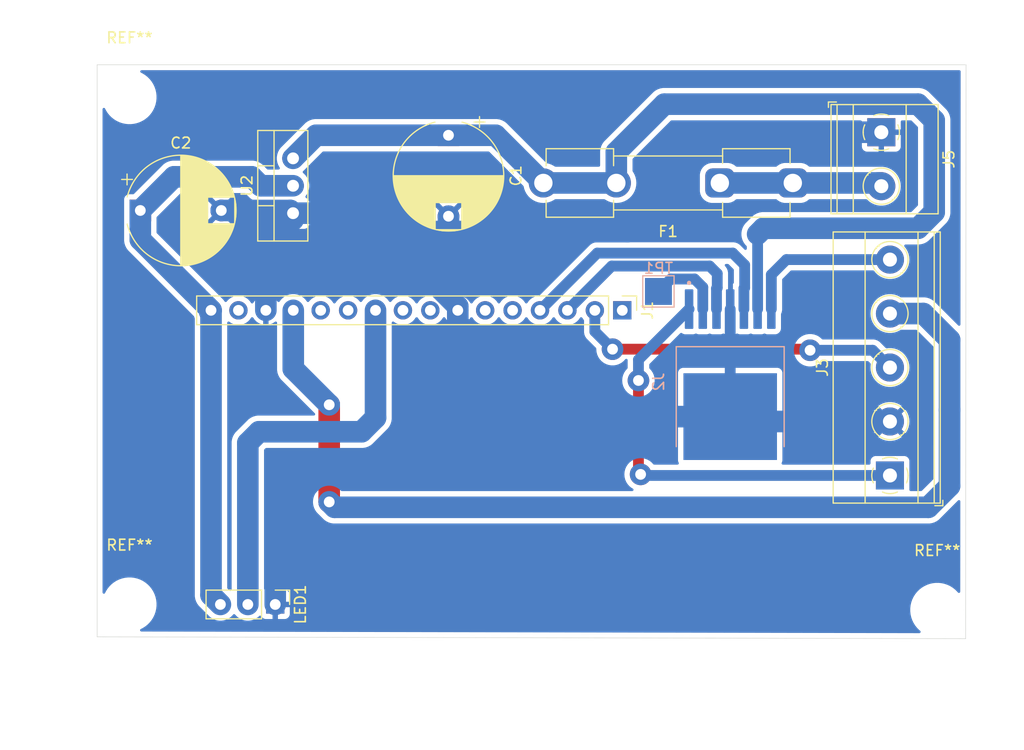
<source format=kicad_pcb>
(kicad_pcb
	(version 20240108)
	(generator "pcbnew")
	(generator_version "8.0")
	(general
		(thickness 1.6)
		(legacy_teardrops no)
	)
	(paper "A4")
	(layers
		(0 "F.Cu" signal)
		(31 "B.Cu" signal)
		(32 "B.Adhes" user "B.Adhesive")
		(33 "F.Adhes" user "F.Adhesive")
		(34 "B.Paste" user)
		(35 "F.Paste" user)
		(36 "B.SilkS" user "B.Silkscreen")
		(37 "F.SilkS" user "F.Silkscreen")
		(38 "B.Mask" user)
		(39 "F.Mask" user)
		(40 "Dwgs.User" user "User.Drawings")
		(41 "Cmts.User" user "User.Comments")
		(42 "Eco1.User" user "User.Eco1")
		(43 "Eco2.User" user "User.Eco2")
		(44 "Edge.Cuts" user)
		(45 "Margin" user)
		(46 "B.CrtYd" user "B.Courtyard")
		(47 "F.CrtYd" user "F.Courtyard")
		(48 "B.Fab" user)
		(49 "F.Fab" user)
		(50 "User.1" user)
		(51 "User.2" user)
		(52 "User.3" user)
		(53 "User.4" user)
		(54 "User.5" user)
		(55 "User.6" user)
		(56 "User.7" user)
		(57 "User.8" user)
		(58 "User.9" user)
	)
	(setup
		(pad_to_mask_clearance 0)
		(allow_soldermask_bridges_in_footprints no)
		(pcbplotparams
			(layerselection 0x00010fc_ffffffff)
			(plot_on_all_layers_selection 0x0000000_00000000)
			(disableapertmacros no)
			(usegerberextensions no)
			(usegerberattributes yes)
			(usegerberadvancedattributes yes)
			(creategerberjobfile yes)
			(dashed_line_dash_ratio 12.000000)
			(dashed_line_gap_ratio 3.000000)
			(svgprecision 4)
			(plotframeref no)
			(viasonmask no)
			(mode 1)
			(useauxorigin no)
			(hpglpennumber 1)
			(hpglpenspeed 20)
			(hpglpendiameter 15.000000)
			(pdf_front_fp_property_popups yes)
			(pdf_back_fp_property_popups yes)
			(dxfpolygonmode yes)
			(dxfimperialunits yes)
			(dxfusepcbnewfont yes)
			(psnegative no)
			(psa4output no)
			(plotreference yes)
			(plotvalue yes)
			(plotfptext yes)
			(plotinvisibletext no)
			(sketchpadsonfab no)
			(subtractmaskfromsilk no)
			(outputformat 1)
			(mirror no)
			(drillshape 1)
			(scaleselection 1)
			(outputdirectory "")
		)
	)
	(net 0 "")
	(net 1 "unconnected-(J1-Pin_5-Pad5)")
	(net 2 "12V")
	(net 3 "IN2")
	(net 4 "unconnected-(J1-Pin_6-Pad6)")
	(net 5 "unconnected-(J1-Pin_15-Pad15)")
	(net 6 "IN1")
	(net 7 "unconnected-(J1-Pin_8-Pad8)")
	(net 8 "unconnected-(J1-Pin_11-Pad11)")
	(net 9 "GND")
	(net 10 "3V3")
	(net 11 "5V")
	(net 12 "unconnected-(J1-Pin_12-Pad12)")
	(net 13 "unconnected-(J1-Pin_1-Pad1)")
	(net 14 "LED")
	(net 15 "unconnected-(J1-Pin_9-Pad9)")
	(net 16 "POSITION")
	(net 17 "M+")
	(net 18 "FAULT")
	(net 19 "M-")
	(net 20 "Net-(J5-Pin_2)")
	(footprint "TerminalBlock_Phoenix:TerminalBlock_Phoenix_MKDS-1,5-2_1x02_P5.00mm_Horizontal" (layer "F.Cu") (at 104.15 18.25 -90))
	(footprint "MountingHole:MountingHole_4.5mm" (layer "F.Cu") (at 109.331048 62.502459))
	(footprint "MountingHole:MountingHole_4.5mm" (layer "F.Cu") (at 34.5 15))
	(footprint "Connector_PinHeader_2.54mm:PinHeader_1x03_P2.54mm_Vertical" (layer "F.Cu") (at 48 62 -90))
	(footprint "Capacitor_THT:CP_Radial_D10.0mm_P7.50mm" (layer "F.Cu") (at 35.5 25.5))
	(footprint "Capacitor_THT:CP_Radial_D10.0mm_P7.50mm" (layer "F.Cu") (at 64.05 18.532323 -90))
	(footprint "MountingHole:MountingHole_4.5mm" (layer "F.Cu") (at 34.5 62))
	(footprint "Connector_PinHeader_2.54mm:PinHeader_1x16_P2.54mm_Vertical" (layer "F.Cu") (at 80.15 34.75 -90))
	(footprint "Package_TO_SOT_THT:TO-220-3_Vertical" (layer "F.Cu") (at 49.65 25.75 90))
	(footprint "Fuse:Fuseholder_Clip-5x20mm_Keystone_3517_Inline_P23.11x6.76mm_D1.70mm_Horizontal" (layer "F.Cu") (at 95.95 22.95 180))
	(footprint "TerminalBlock_Phoenix:TerminalBlock_Phoenix_MKDS-1,5-5_1x05_P5.00mm_Horizontal" (layer "F.Cu") (at 104.95 50.05 90))
	(footprint "tle5205:DPAK127P1500X440-8N" (layer "B.Cu") (at 90.15 40.7075 -90))
	(footprint "TestPoint:TestPoint_Pad_2.5x2.5mm" (layer "B.Cu") (at 83.5 33 180))
	(gr_line
		(start 31.5 65)
		(end 31.5 12)
		(stroke
			(width 0.05)
			(type default)
		)
		(layer "Edge.Cuts")
		(uuid "4cf0ab25-0cee-483f-8003-25bf2e0a7c74")
	)
	(gr_line
		(start 112 12)
		(end 111.960538 65.169142)
		(stroke
			(width 0.05)
			(type default)
		)
		(layer "Edge.Cuts")
		(uuid "575e70c3-938a-431f-a3ac-46aaf531c19f")
	)
	(gr_line
		(start 31.5 12)
		(end 112 12)
		(stroke
			(width 0.05)
			(type default)
		)
		(layer "Edge.Cuts")
		(uuid "b82d2789-013f-4337-aedc-67e23a13a769")
	)
	(gr_line
		(start 111.960538 65.169142)
		(end 31.5 65)
		(stroke
			(width 0.05)
			(type default)
		)
		(layer "Edge.Cuts")
		(uuid "d7aa7f46-34ed-4ff5-bc70-69b7d4f853d7")
	)
	(segment
		(start 51.787677 18.532323)
		(end 49.65 20.67)
		(width 2)
		(layer "B.Cu")
		(net 2)
		(uuid "0ef6044d-2508-45d5-bbc2-ff2875192a11")
	)
	(segment
		(start 79.6 20.1)
		(end 84.05 15.65)
		(width 2)
		(layer "B.Cu")
		(net 2)
		(uuid "1a1b03d9-9301-456a-81f2-905c2154cf6d")
	)
	(segment
		(start 107.55 15.65)
		(end 109.05 17.15)
		(width 2)
		(layer "B.Cu")
		(net 2)
		(uuid "1a8b3393-cc54-4e97-9c1e-d54e7680d97e")
	)
	(segment
		(start 84.05 15.65)
		(end 107.55 15.65)
		(width 2)
		(layer "B.Cu")
		(net 2)
		(uuid "3f1fb851-7776-48b3-bd81-ed65daf107b7")
	)
	(segment
		(start 92.69 27.69)
		(end 92.69 34.6375)
		(width 1)
		(layer "B.Cu")
		(net 2)
		(uuid "726f0ca9-4cd6-4e48-b90b-93d75004fb3d")
	)
	(segment
		(start 68.422323 18.532323)
		(end 72.84 22.95)
		(width 2)
		(layer "B.Cu")
		(net 2)
		(uuid "7be9822f-8bd0-487d-a1ec-75b577e5c10e")
	)
	(segment
		(start 64.05 18.532323)
		(end 68.422323 18.532323)
		(width 2)
		(layer "B.Cu")
		(net 2)
		(uuid "86f8a733-eeb7-47cc-afc6-410fa601c264")
	)
	(segment
		(start 64.05 18.532323)
		(end 51.787677 18.532323)
		(width 2)
		(layer "B.Cu")
		(net 2)
		(uuid "ad6edcd6-71fb-4e1d-829c-56d39a5aa57b")
	)
	(segment
		(start 107.55 27.15)
		(end 93.23 27.15)
		(width 2)
		(layer "B.Cu")
		(net 2)
		(uuid "add66c11-8b9e-425f-9c4e-df6b1b65a394")
	)
	(segment
		(start 79.6 22.95)
		(end 72.84 22.95)
		(width 2)
		(layer "B.Cu")
		(net 2)
		(uuid "b324d845-e0c7-46a7-ba5a-4d6d772dba04")
	)
	(segment
		(start 79.6 22.95)
		(end 79.6 20.1)
		(width 2)
		(layer "B.Cu")
		(net 2)
		(uuid "c27d7470-12cf-4afd-875f-453fc1ff034a")
	)
	(segment
		(start 93.23 27.15)
		(end 92.69 27.69)
		(width 2)
		(layer "B.Cu")
		(net 2)
		(uuid "dd838732-ca8c-4f6f-bf1e-abf0b19b6cb7")
	)
	(segment
		(start 109.05 17.15)
		(end 109.05 25.65)
		(width 2)
		(layer "B.Cu")
		(net 2)
		(uuid "f0c3539b-6686-43d4-98df-5a4a468e54d8")
	)
	(segment
		(start 109.05 25.65)
		(end 107.55 27.15)
		(width 2)
		(layer "B.Cu")
		(net 2)
		(uuid "fae5c8ab-c3fc-4c91-af5c-643c1620d68e")
	)
	(segment
		(start 91.49 30.55)
		(end 91.49 32.661638)
		(width 1)
		(layer "B.Cu")
		(net 3)
		(uuid "4d07d601-6ef8-4d8c-8639-b2c82ad904ed")
	)
	(segment
		(start 72.53 34.75)
		(end 77.83 29.45)
		(width 1)
		(layer "B.Cu")
		(net 3)
		(uuid "7656555f-9313-4265-b13b-c4660f309032")
	)
	(segment
		(start 90.39 29.45)
		(end 91.49 30.55)
		(width 1)
		(layer "B.Cu")
		(net 3)
		(uuid "7a2d82e0-ed6f-4a91-8225-a2ecb9332c4b")
	)
	(segment
		(start 91.42 32.731638)
		(end 91.42 34.6375)
		(width 1)
		(layer "B.Cu")
		(net 3)
		(uuid "85c78a4a-52e8-46c7-a1dc-ce84ee1ba44c")
	)
	(segment
		(start 77.83 29.45)
		(end 90.39 29.45)
		(width 1)
		(layer "B.Cu")
		(net 3)
		(uuid "a1fdbc1f-121f-4cf1-9dbc-7137cfa4b208")
	)
	(segment
		(start 91.49 32.661638)
		(end 91.42 32.731638)
		(width 1)
		(layer "B.Cu")
		(net 3)
		(uuid "a442ab46-7e45-4f72-97d1-cba290b03127")
	)
	(segment
		(start 88.95 31.35)
		(end 88.95 32.661638)
		(width 1)
		(layer "B.Cu")
		(net 6)
		(uuid "0e7f16df-ff77-499c-a951-08bc987d23e9")
	)
	(segment
		(start 75.07 34.75)
		(end 79.17 30.65)
		(width 1)
		(layer "B.Cu")
		(net 6)
		(uuid "4298a5e2-e868-4388-84dc-0260183acd58")
	)
	(segment
		(start 88.88 32.731638)
		(end 88.88 34.6375)
		(width 1)
		(layer "B.Cu")
		(net 6)
		(uuid "45797caa-26a2-4191-b1d9-209b85878393")
	)
	(segment
		(start 88.95 32.661638)
		(end 88.88 32.731638)
		(width 1)
		(layer "B.Cu")
		(net 6)
		(uuid "81e361ed-645f-4d85-b26d-17fb6a06227e")
	)
	(segment
		(start 88.25 30.65)
		(end 88.95 31.35)
		(width 1)
		(layer "B.Cu")
		(net 6)
		(uuid "c478d322-0811-4ad7-9aec-c00784a2cee9")
	)
	(segment
		(start 79.17 30.65)
		(end 88.25 30.65)
		(width 1)
		(layer "B.Cu")
		(net 6)
		(uuid "fee94862-9154-40e2-84e2-89a7c81a1fbc")
	)
	(segment
		(start 49.65 26.35)
		(end 47 29)
		(width 2)
		(layer "B.Cu")
		(net 9)
		(uuid "15667550-d9d8-4ba6-950b-a9b60a9ac434")
	)
	(segment
		(start 62.509138 27.45)
		(end 60.239138 29.72)
		(width 2)
		(layer "B.Cu")
		(net 9)
		(uuid "1db2ee03-4972-41b2-a186-97ac271a1103")
	)
	(segment
		(start 47.13 29.13)
		(end 47.13 34.75)
		(width 2)
		(layer "B.Cu")
		(net 9)
		(uuid "20808f9a-937f-4793-933e-493bb1cc33de")
	)
	(segment
		(start 64.05 26.032323)
		(end 64.05 27.25)
		(width 2)
		(layer "B.Cu")
		(net 9)
		(uuid "29e84fe4-7b30-43e6-9936-2fffb9598c71")
	)
	(segment
		(start 63.85 27.45)
		(end 62.509138 27.45)
		(width 2)
		(layer "B.Cu")
		(net 9)
		(uuid "3c5d08c9-9d30-4a78-951a-90e09ebdffd2")
	)
	(segment
		(start 56.269138 25.75)
		(end 60.239138 29.72)
		(width 2)
		(layer "B.Cu")
		(net 9)
		(uuid "4728c8bd-b4ac-40c0-9f5e-25c8b1413ffd")
	)
	(segment
		(start 49.65 25.75)
		(end 49.65 26.35)
		(width 2)
		(layer "B.Cu")
		(net 9)
		(uuid "518ae098-93f4-4193-9c17-6011f9c8f63e")
	)
	(segment
		(start 64.91 34.75)
		(end 64.91 34.390862)
		(width 2)
		(layer "B.Cu")
		(net 9)
		(uuid "5a452e8f-667c-4778-8a29-834e338df073")
	)
	(segment
		(start 48 62)
		(end 48 54)
		(width 2)
		(layer "B.Cu")
		(net 9)
		(uuid "65a78e7b-ccf0-4ab5-a076-82c115628ea5")
	)
	(segment
		(start 80.65 27.45)
		(end 63.85 27.45)
		(width 2)
		(layer "B.Cu")
		(net 9)
		(uuid "88511b37-4494-476d-8aa7-e04b7e526eff")
	)
	(segment
		(start 47 29)
		(end 47.13 29.13)
		(width 2)
		(layer "B.Cu")
		(net 9)
		(uuid "97bcc56a-e7f5-4736-a01c-6dd848a841e4")
	)
	(segment
		(start 104.95 45.05)
		(end 90.6025 45.05)
		(width 2)
		(layer "B.Cu")
		(net 9)
		(uuid "9e8280a5-d46b-4a81-8fae-25c6b15ee2cf")
	)
	(segment
		(start 49.65 25.75)
		(end 56.269138 25.75)
		(width 2)
		(layer "B.Cu")
		(net 9)
		(uuid "a007aa90-46ec-48e4-ab8f-2926de208c4f")
	)
	(segment
		(start 85.15 19.55)
		(end 85.15 22.95)
		(width 2)
		(layer "B.Cu")
		(net 9)
		(uuid "adae7537-e960-4c80-a12c-8cb32a28ce4b")
	)
	(segment
		(start 58.5 49)
		(end 59 49.5)
		(width 2)
		(layer "B.Cu")
		(net 9)
		(uuid "af1b6da5-6e2a-44f0-81d7-75523ec107be")
	)
	(segment
		(start 90.15 34.6375)
		(end 90.15 44.5975)
		(width 1)
		(layer "B.Cu")
		(net 9)
		(uuid "b32b3692-c07f-47b6-8657-d8aecd7be5f0")
	)
	(segment
		(start 85.15 22.95)
		(end 80.65 27.45)
		(width 2)
		(layer "B.Cu")
		(net 9)
		(uuid "b7726531-3088-4408-985c-45ea7818991f")
	)
	(segment
		(start 68.652919 49.5)
		(end 73.555419 44.5975)
		(width 2)
		(layer "B.Cu")
		(net 9)
		(uuid "b7cc2469-1296-4c64-ba7e-766a8a904f94")
	)
	(segment
		(start 53 49)
		(end 58.5 49)
		(width 2)
		(layer "B.Cu")
		(net 9)
		(uuid "bed3681c-0df6-478a-a2dd-bf88b07ad1bd")
	)
	(segment
		(start 59 49.5)
		(end 68.652919 49.5)
		(width 2)
		(layer "B.Cu")
		(net 9)
		(uuid "c86939c2-ea19-4061-ac6e-544d8dd811e2")
	)
	(segment
		(start 64.91 34.390862)
		(end 60.239138 29.72)
		(width 2)
		(layer "B.Cu")
		(net 9)
		(uuid "ca1a0016-0220-4445-80e2-2fd2329c3ac7")
	)
	(segment
		(start 86.45 18.25)
		(end 85.15 19.55)
		(width 2)
		(layer "B.Cu")
		(net 9)
		(uuid "cbcb92a0-c519-4625-a34d-5c27a93a7779")
	)
	(segment
		(start 48 54)
		(end 53 49)
		(width 2)
		(layer "B.Cu")
		(net 9)
		(uuid "cbd01d38-e0d8-4ebb-8710-9ed4b2126ffa")
	)
	(segment
		(start 43 25.5)
		(end 49.4 25.5)
		(width 2)
		(layer "B.Cu")
		(net 9)
		(uuid "cc6f0f3d-5d99-4bbe-aa4e-f3c586fbffbd")
	)
	(segment
		(start 73.555419 44.5975)
		(end 90.15 44.5975)
		(width 2)
		(layer "B.Cu")
		(net 9)
		(uuid "d6ca3655-7c1b-458e-bb11-389995e01baa")
	)
	(segment
		(start 64.05 27.25)
		(end 63.85 27.45)
		(width 2)
		(layer "B.Cu")
		(net 9)
		(uuid "d859fa36-5df1-4b76-a5f5-856dce90991c")
	)
	(segment
		(start 64.91 35.952081)
		(end 73.555419 44.5975)
		(width 2)
		(layer "B.Cu")
		(net 9)
		(uuid "db20e952-d399-4f14-a40e-3a0ad1d2bcb4")
	)
	(segment
		(start 64.91 35.952081)
		(end 64.91 34.75)
		(width 2)
		(layer "B.Cu")
		(net 9)
		(uuid "e7ee1dfe-5793-4345-9c35-d38afdb20b7c")
	)
	(segment
		(start 90.6025 45.05)
		(end 90.15 44.5975)
		(width 2)
		(layer "B.Cu")
		(net 9)
		(uuid "e9e0a697-18a4-4489-b505-cf0911770c50")
	)
	(segment
		(start 49.4 25.5)
		(end 49.65 25.75)
		(width 2)
		(layer "B.Cu")
		(net 9)
		(uuid "ee24e24d-80e4-485b-8cff-63f081a6c174")
	)
	(segment
		(start 104.15 18.25)
		(end 86.45 18.25)
		(width 2)
		(layer "B.Cu")
		(net 9)
		(uuid "fb392f80-5cd4-4fbe-8ab3-70b00e6d2581")
	)
	(segment
		(start 53 43.5)
		(end 53 52.5)
		(width 2)
		(layer "F.Cu")
		(net 10)
		(uuid "242f8d0b-fa1c-42d5-a678-391a62e0cf74")
	)
	(segment
		(start 53 52.5)
		(end 53 52)
		(width 2)
		(layer "F.Cu")
		(net 10)
		(uuid "3aa41dd6-979b-4d6f-84fd-50d8db5ec001")
	)
	(via
		(at 53 52.5)
		(size 2)
		(drill 1)
		(layers "F.Cu" "B.Cu")
		(net 10)
		(uuid "532bb843-295b-442a-a84d-1a1997d87468")
	)
	(via
		(at 53 43.5)
		(size 2)
		(drill 1)
		(layers "F.Cu" "B.Cu")
		(net 10)
		(uuid "b3fd5399-b047-4ebd-a735-ac0ef8c43b56")
	)
	(segment
		(start 104.95 35.05)
		(end 108.05 35.05)
		(width 2)
		(layer "B.Cu")
		(net 10)
		(uuid "2b4315ee-3199-4012-9c1f-8a7a62c0281d")
	)
	(segment
		(start 53.5 53)
		(end 108.5 53)
		(width 2)
		(layer "B.Cu")
		(net 10)
		(uuid "4cbd5f3f-6407-4e73-ba0a-b8c4b798edf9")
	)
	(segment
		(start 110.476266 43.976266)
		(end 110.471032 51.028968)
		(width 2)
		(layer "B.Cu")
		(net 10)
		(uuid "78a89998-8375-4521-8576-bed5a693e870")
	)
	(segment
		(start 108.05 35.05)
		(end 110.476266 37.476266)
		(width 2)
		(layer "B.Cu")
		(net 10)
		(uuid "88f308f1-25e8-4f93-b8e6-d41ff37279c2")
	)
	(segment
		(start 110.476266 37.476266)
		(end 110.476266 43.976266)
		(width 2)
		(layer "B.Cu")
		(net 10)
		(uuid "8f4c51fc-3ada-469e-a11f-275540f3aab4")
	)
	(segment
		(start 53 52.5)
		(end 53.5 53)
		(width 2)
		(layer "B.Cu")
		(net 10)
		(uuid "93beef1f-dd0f-4ac2-96bd-30bc4ce3fcb9")
	)
	(segment
		(start 110.471032 51.028968)
		(end 108.5 53)
		(width 2)
		(layer "B.Cu")
		(net 10)
		(uuid "af77b0de-f012-4f74-8687-ab88727019a5")
	)
	(segment
		(start 49.67 34.75)
		(end 49.67 40.17)
		(width 2)
		(layer "B.Cu")
		(net 10)
		(uuid "d8e18e02-cce0-433b-a81c-bb4f1f9dba0b")
	)
	(segment
		(start 49.67 40.17)
		(end 53 43.5)
		(width 2)
		(layer "B.Cu")
		(net 10)
		(uuid "e6ce6ffe-fbb0-4262-8eab-c8fff4dbb515")
	)
	(segment
		(start 42.05 61.13)
		(end 42.92 62)
		(width 2)
		(layer "B.Cu")
		(net 11)
		(uuid "2d476c06-4aa1-4a9b-a9a3-eb0b8cbf00a6")
	)
	(segment
		(start 41.92 34.88)
		(end 42.05 34.75)
		(width 2)
		(layer "B.Cu")
		(net 11)
		(uuid "4e772576-1030-4786-987d-adde32a8d27d")
	)
	(segment
		(start 45.822323 22.382323)
		(end 38.617677 22.382323)
		(width 2)
		(layer "B.Cu")
		(net 11)
		(uuid "4e86b1f5-4cdf-461b-aef7-601aa6c573a1")
	)
	(segment
		(start 45.822323 22.382323)
		(end 46.65 23.21)
		(width 2)
		(layer "B.Cu")
		(net 11)
		(uuid "5c2696dc-cff1-4a02-a15f-6e4fd073c2c0")
	)
	(segment
		(start 41.65 34.35)
		(end 41.92 34.62)
		(width 2)
		(layer "B.Cu")
		(net 11)
		(uuid "720fd008-6f1c-4657-9df9-21f5e17e99e6")
	)
	(segment
		(start 35.5 28.2)
		(end 42.05 34.75)
		(width 2)
		(layer "B.Cu")
		(net 11)
		(uuid "a74575be-ea1d-4d32-8fd1-15a2af433759")
	)
	(segment
		(start 42.05 34.75)
		(end 41.65 34.35)
		(width 2)
		(layer "B.Cu")
		(net 11)
		(uuid "af426976-d085-46ae-87c6-dcad03634a96")
	)
	(segment
		(start 35.5 25.5)
		(end 35.5 28.2)
		(width 2)
		(layer "B.Cu")
		(net 11)
		(uuid "b8e9fea8-7f20-4563-8ef2-cd535a961ed7")
	)
	(segment
		(start 42.05 34.75)
		(end 42.05 61.13)
		(width 2)
		(layer "B.Cu")
		(net 11)
		(uuid "bedfcdcb-7714-4b93-a28c-39d356b9ed7b")
	)
	(segment
		(start 49.65 23.21)
		(end 46.65 23.21)
		(width 2)
		(layer "B.Cu")
		(net 11)
		(uuid "c91e1f9a-bcce-4a9f-9fb0-1e080f6ec0c6")
	)
	(segment
		(start 38.617677 22.382323)
		(end 35.5 25.5)
		(width 2)
		(layer "B.Cu")
		(net 11)
		(uuid "f7c3d3fb-9d4d-494a-9ff6-b34f14245d26")
	)
	(segment
		(start 57.29 34.75)
		(end 57.29 44.71)
		(width 2)
		(layer "B.Cu")
		(net 14)
		(uuid "0e32f500-b118-4870-96ea-b5fa98dedcd8")
	)
	(segment
		(start 45.46 47.04)
		(end 46.5 46)
		(width 2)
		(layer "B.Cu")
		(net 14)
		(uuid "2d8f0a22-301b-453d-ae4c-538626ba70b3")
	)
	(segment
		(start 45.46 62)
		(end 45.46 47.04)
		(width 2)
		(layer "B.Cu")
		(net 14)
		(uuid "4f1601dd-c99d-4030-a11c-7d4373b9fda1")
	)
	(segment
		(start 46.5 46)
		(end 56 46)
		(width 2)
		(layer "B.Cu")
		(net 14)
		(uuid "c8bdd268-ad4c-46fc-82ad-18fcd26ebf92")
	)
	(segment
		(start 56 46)
		(end 57.29 44.71)
		(width 2)
		(layer "B.Cu")
		(net 14)
		(uuid "e408c831-39ff-4cb7-adf9-d8a01ebbf856")
	)
	(segment
		(start 97.45 38.35)
		(end 97.55 38.45)
		(width 1)
		(layer "F.Cu")
		(net 16)
		(uuid "72ce545f-1672-4f23-8dd9-5a0b3e529d0a")
	)
	(segment
		(start 79.25 38.35)
		(end 97.45 38.35)
		(width 1)
		(layer "F.Cu")
		(net 16)
		(uuid "73204086-daf4-46b6-89bd-ec4d828541c6")
	)
	(via
		(at 79.25 38.35)
		(size 2)
		(drill 1)
		(layers "F.Cu" "B.Cu")
		(net 16)
		(uuid "22929d7b-b1ed-4050-8fd8-2c2fd3ffcc85")
	)
	(via
		(at 97.55 38.45)
		(size 2)
		(drill 1)
		(layers "F.Cu" "B.Cu")
		(net 16)
		(uuid "ac52aacb-cfd3-40a8-88ed-49a21737fdac")
	)
	(segment
		(start 97.55 38.45)
		(end 103.35 38.45)
		(width 1)
		(layer "B.Cu")
		(net 16)
		(uuid "5d1d5632-4836-4daf-86d2-db45ee37b867")
	)
	(segment
		(start 79.25 38.35)
		(end 77.61 36.71)
		(width 1)
		(layer "B.Cu")
		(net 16)
		(uuid "a9313319-9e1d-4814-9186-9f10e3e3da21")
	)
	(segment
		(start 103.35 38.45)
		(end 104.95 40.05)
		(width 1)
		(layer "B.Cu")
		(net 16)
		(uuid "d55d41ff-322f-4292-bb44-91de7af26228")
	)
	(segment
		(start 77.61 36.71)
		(end 77.61 34.75)
		(width 1)
		(layer "B.Cu")
		(net 16)
		(uuid "dfe7cd2a-4b36-4a1c-b559-48286e463ac5")
	)
	(segment
		(start 81.65 41.25)
		(end 81.65 49.75)
		(width 1)
		(layer "F.Cu")
		(net 17)
		(uuid "0530fac4-24f3-4828-bcb6-39cb23dc4231")
	)
	(segment
		(start 81.65 49.75)
		(end 81.85 49.95)
		(width 1)
		(layer "F.Cu")
		(net 17)
		(uuid "1e3da809-704a-4e30-8a87-e75f0221bb16")
	)
	(via
		(at 81.85 49.95)
		(size 2)
		(drill 1)
		(layers "F.Cu" "B.Cu")
		(free yes)
		(net 17)
		(uuid "72356f98-e6f4-4cc9-bfdb-ab4e0b3e7678")
	)
	(via
		(at 81.65 41.25)
		(size 2)
		(drill 1)
		(layers "F.Cu" "B.Cu")
		(free yes)
		(net 17)
		(uuid "933c39ca-b4e3-4c11-a7ce-df722caddfb6")
	)
	(segment
		(start 81.65 41.25)
		(end 81.65 39.3275)
		(width 1)
		(layer "B.Cu")
		(net 17)
		(uuid "a0dde7e7-43f9-4a19-80d9-3a144d371b1a")
	)
	(segment
		(start 104.95 50.05)
		(end 81.95 50.05)
		(width 1)
		(layer "B.Cu")
		(net 17)
		(uuid "c3154cd8-639c-4bdd-81d4-4782eaa142e8")
	)
	(segment
		(start 81.95 50.05)
		(end 81.85 49.95)
		(width 1)
		(layer "B.Cu")
		(net 17)
		(uuid "c7d96e19-8e15-445a-86eb-08d5d03dc460")
	)
	(segment
		(start 81.65 39.3275)
		(end 86.34 34.6375)
		(width 1)
		(layer "B.Cu")
		(net 17)
		(uuid "e903a744-b879-4167-979d-dfc8118c2f0c")
	)
	(segment
		(start 84.65 31.85)
		(end 83.5 33)
		(width 1)
		(layer "B.Cu")
		(net 18)
		(uuid "578a6680-3299-4ad3-94d4-a74eb34221a3")
	)
	(segment
		(start 87.61 32.61)
		(end 86.85 31.85)
		(width 1)
		(layer "B.Cu")
		(net 18)
		(uuid "6b128843-3a13-431c-8230-3208b97089db")
	)
	(segment
		(start 86.85 31.85)
		(end 84.65 31.85)
		(width 1)
		(layer "B.Cu")
		(net 18)
		(uuid "c998dadc-f92d-4757-b205-1dd07365b1eb")
	)
	(segment
		(start 87.61 34.6375)
		(end 87.61 32.61)
		(width 1)
		(layer "B.Cu")
		(net 18)
		(uuid "ed56fd4b-b170-4d36-9a67-9af1cd17147b")
	)
	(segment
		(start 104.95 30.05)
		(end 95.36 30.05)
		(width 1)
		(layer "B.Cu")
		(net 19)
		(uuid "4d81f5a6-62c4-420f-9c98-7a8e7289339b")
	)
	(segment
		(start 93.96 34.6375)
		(end 93.96 31.45)
		(width 1)
		(layer "B.Cu")
		(net 19)
		(uuid "76667ab1-84e2-4e64-87ea-9fa68a8b8bcf")
	)
	(segment
		(start 95.36 30.05)
		(end 93.96 31.45)
		(width 1)
		(layer "B.Cu")
		(net 19)
		(uuid "b9c981c2-8669-4e25-94c1-f13026cb20e8")
	)
	(segment
		(start 89.19 22.95)
		(end 95.95 22.95)
		(width 2)
		(layer "B.Cu")
		(net 20)
		(uuid "36611c49-2c23-4997-856d-ced1bcd5edde")
	)
	(segment
		(start 95.95 22.95)
		(end 103.85 22.95)
		(width 2)
		(layer "B.Cu")
		(net 20)
		(uuid "d0741046-63d3-41d2-8c3a-661992986dfc")
	)
	(segment
		(start 103.85 22.95)
		(end 104.15 23.25)
		(width 2)
		(layer "B.Cu")
		(net 20)
		(uuid "e8f7fec7-1cb8-461d-8c1d-c70bde21496f")
	)
	(zone
		(net 9)
		(net_name "GND")
		(layer "B.Cu")
		(uuid "aadf4c3c-7780-40cc-a61e-35c4696c939a")
		(hatch edge 0.5)
		(connect_pads
			(clearance 0.5)
		)
		(min_thickness 0.25)
		(filled_areas_thickness no)
		(fill yes
			(thermal_gap 0.5)
			(thermal_bridge_width 0.5)
		)
		(polygon
			(pts
				(xy 33 6) (xy 42 12.5) (xy 115 8.5) (xy 117 72) (xy 22.5 75.5) (xy 27 11.5)
			)
		)
		(filled_polygon
			(layer "B.Cu")
			(pts
				(xy 47.38 36.080633) (xy 47.593483 36.023433) (xy 47.593492 36.023429) (xy 47.807579 35.923599)
				(xy 47.807585 35.923596) (xy 47.974376 35.806806) (xy 48.040582 35.784478) (xy 48.108349 35.801488)
				(xy 48.156162 35.852435) (xy 48.1695 35.90838) (xy 48.1695 40.288097) (xy 48.206446 40.521368) (xy 48.279433 40.745996)
				(xy 48.386657 40.956434) (xy 48.525484 41.147511) (xy 51.665792 44.287819) (xy 51.699277 44.349142)
				(xy 51.694293 44.418834) (xy 51.652421 44.474767) (xy 51.586957 44.499184) (xy 51.578111 44.4995)
				(xy 46.381903 44.4995) (xy 46.148634 44.536446) (xy 45.924005 44.609433) (xy 45.713565 44.716657)
				(xy 45.522488 44.855484) (xy 44.315484 46.062488) (xy 44.176659 46.253562) (xy 44.176658 46.253564)
				(xy 44.126825 46.351368) (xy 44.069433 46.464003) (xy 43.996446 46.688631) (xy 43.9595 46.921902)
				(xy 43.9595 60.61811) (xy 43.939815 60.685149) (xy 43.887011 60.730904) (xy 43.817853 60.740848)
				(xy 43.754297 60.711823) (xy 43.747819 60.705791) (xy 43.586819 60.544791) (xy 43.553334 60.483468)
				(xy 43.5505 60.45711) (xy 43.5505 35.908992) (xy 43.570185 35.841953) (xy 43.622989 35.796198) (xy 43.692147 35.786254)
				(xy 43.74562 35.807415) (xy 43.91217 35.924035) (xy 44.126337 36.023903) (xy 44.354592 36.085063)
				(xy 44.531034 36.1005) (xy 44.589999 36.105659) (xy 44.59 36.105659) (xy 44.590001 36.105659) (xy 44.648966 36.1005)
				(xy 44.825408 36.085063) (xy 45.053663 36.023903) (xy 45.26783 35.924035) (xy 45.461401 35.788495)
				(xy 45.628495 35.621401) (xy 45.75873 35.435405) (xy 45.813307 35.391781) (xy 45.882805 35.384587)
				(xy 45.94516 35.41611) (xy 45.961879 35.435405) (xy 46.09189 35.621078) (xy 46.258917 35.788105)
				(xy 46.452421 35.9236) (xy 46.666507 36.023429) (xy 46.666516 36.023433) (xy 46.88 36.080634) (xy 46.88 35.183012)
				(xy 46.937007 35.215925) (xy 47.064174 35.25) (xy 47.195826 35.25) (xy 47.322993 35.215925) (xy 47.38 35.183012)
			)
		)
		(filled_polygon
			(layer "B.Cu")
			(pts
				(xy 102.293039 17.170185) (xy 102.338794 17.222989) (xy 102.35 17.2745) (xy 102.35 18) (xy 103.549999 18)
				(xy 103.524979 18.060402) (xy 103.5 18.185981) (xy 103.5 18.314019) (xy 103.524979 18.439598) (xy 103.549999 18.5)
				(xy 102.35 18.5) (xy 102.35 19.597844) (xy 102.356401 19.657372) (xy 102.356403 19.657379) (xy 102.406645 19.792086)
				(xy 102.406649 19.792093) (xy 102.492809 19.907187) (xy 102.492812 19.90719) (xy 102.607906 19.99335)
				(xy 102.607913 19.993354) (xy 102.74262 20.043596) (xy 102.742627 20.043598) (xy 102.802155 20.049999)
				(xy 102.802172 20.05) (xy 103.9 20.05) (xy 103.9 18.850001) (xy 103.960402 18.875021) (xy 104.085981 18.9)
				(xy 104.214019 18.9) (xy 104.339598 18.875021) (xy 104.4 18.850001) (xy 104.4 20.05) (xy 105.497828 20.05)
				(xy 105.497844 20.049999) (xy 105.557372 20.043598) (xy 105.557379 20.043596) (xy 105.692086 19.993354)
				(xy 105.692093 19.99335) (xy 105.807187 19.90719) (xy 105.80719 19.907187) (xy 105.89335 19.792093)
				(xy 105.893354 19.792086) (xy 105.943596 19.657379) (xy 105.943598 19.657372) (xy 105.949999 19.597844)
				(xy 105.95 19.597827) (xy 105.95 18.5) (xy 104.750001 18.5) (xy 104.775021 18.439598) (xy 104.8 18.314019)
				(xy 104.8 18.185981) (xy 104.775021 18.060402) (xy 104.750001 18) (xy 105.95 18) (xy 105.95 17.2745)
				(xy 105.969685 17.207461) (xy 106.022489 17.161706) (xy 106.074 17.1505) (xy 106.877111 17.1505)
				(xy 106.94415 17.170185) (xy 106.964792 17.186819) (xy 107.513181 17.735208) (xy 107.546666 17.796531)
				(xy 107.5495 17.822889) (xy 107.5495 24.977111) (xy 107.529815 25.04415) (xy 107.513181 25.064792)
				(xy 106.964792 25.613181) (xy 106.903469 25.646666) (xy 106.877111 25.6495) (xy 93.111903 25.6495)
				(xy 92.878631 25.686446) (xy 92.654003 25.759433) (xy 92.443565 25.866657) (xy 92.252488 26.005484)
				(xy 91.545484 26.712488) (xy 91.406657 26.903565) (xy 91.299433 27.114003) (xy 91.226446 27.338631)
				(xy 91.1895 27.571902) (xy 91.1895 27.808097) (xy 91.226446 28.041368) (xy 91.299433 28.265996)
				(xy 91.402729 28.468724) (xy 91.406657 28.476434) (xy 91.535183 28.653334) (xy 91.545484 28.667511)
				(xy 91.653181 28.775208) (xy 91.686666 28.836531) (xy 91.6895 28.862889) (xy 91.6895 29.035218)
				(xy 91.669815 29.102257) (xy 91.617011 29.148012) (xy 91.547853 29.157956) (xy 91.484297 29.128931)
				(xy 91.477819 29.122899) (xy 91.171479 28.816559) (xy 91.171459 28.816537) (xy 91.027785 28.672863)
				(xy 91.027781 28.67286) (xy 90.86392 28.563371) (xy 90.863911 28.563366) (xy 90.791315 28.533296)
				(xy 90.735165 28.510038) (xy 90.681836 28.487949) (xy 90.681832 28.487948) (xy 90.681828 28.487946)
				(xy 90.585188 28.468724) (xy 90.488544 28.4495) (xy 90.488541 28.4495) (xy 77.731459 28.4495) (xy 77.731455 28.4495)
				(xy 77.634812 28.468724) (xy 77.538167 28.487947) (xy 77.538161 28.487949) (xy 77.484834 28.510037)
				(xy 77.484834 28.510038) (xy 77.439315 28.528892) (xy 77.356089 28.563366) (xy 77.356079 28.563371)
				(xy 77.192219 28.672859) (xy 77.146648 28.718431) (xy 77.052861 28.812218) (xy 77.052858 28.812221)
				(xy 72.49697 33.368108) (xy 72.435647 33.401593) (xy 72.420098 33.403955) (xy 72.294596 33.414936)
				(xy 72.294586 33.414938) (xy 72.066344 33.476094) (xy 72.066335 33.476098) (xy 71.852171 33.575964)
				(xy 71.852169 33.575965) (xy 71.658597 33.711505) (xy 71.491505 33.878597) (xy 71.361575 34.064158)
				(xy 71.306998 34.107783) (xy 71.2375 34.114977) (xy 71.175145 34.083454) (xy 71.158425 34.064158)
				(xy 71.028494 33.878597) (xy 70.861402 33.711506) (xy 70.861395 33.711501) (xy 70.667834 33.575967)
				(xy 70.66783 33.575965) (xy 70.667828 33.575964) (xy 70.453663 33.476097) (xy 70.453659 33.476096)
				(xy 70.453655 33.476094) (xy 70.225413 33.414938) (xy 70.225403 33.414936) (xy 69.990001 33.394341)
				(xy 69.989999 33.394341) (xy 69.754596 33.414936) (xy 69.754586 33.414938) (xy 69.526344 33.476094)
				(xy 69.526335 33.476098) (xy 69.312171 33.575964) (xy 69.312169 33.575965) (xy 69.118597 33.711505)
				(xy 68.951505 33.878597) (xy 68.821575 34.064158) (xy 68.766998 34.107783) (xy 68.6975 34.114977)
				(xy 68.635145 34.083454) (xy 68.618425 34.064158) (xy 68.488494 33.878597) (xy 68.321402 33.711506)
				(xy 68.321395 33.711501) (xy 68.127834 33.575967) (xy 68.12783 33.575965) (xy 68.127828 33.575964)
				(xy 67.913663 33.476097) (xy 67.913659 33.476096) (xy 67.913655 33.476094) (xy 67.685413 33.414938)
				(xy 67.685403 33.414936) (xy 67.450001 33.394341) (xy 67.449999 33.394341) (xy 67.214596 33.414936)
				(xy 67.214586 33.414938) (xy 66.986344 33.476094) (xy 66.986335 33.476098) (xy 66.772171 33.575964)
				(xy 66.772169 33.575965) (xy 66.578597 33.711505) (xy 66.411508 33.878594) (xy 66.281269 34.064595)
				(xy 66.226692 34.108219) (xy 66.157193 34.115412) (xy 66.094839 34.08389) (xy 66.078119 34.064594)
				(xy 65.948113 33.878926) (xy 65.948108 33.87892) (xy 65.781082 33.711894) (xy 65.587578 33.576399)
				(xy 65.373492 33.47657) (xy 65.373486 33.476567) (xy 65.16 33.419364) (xy 65.16 34.316988) (xy 65.102993 34.284075)
				(xy 64.975826 34.25) (xy 64.844174 34.25) (xy 64.717007 34.284075) (xy 64.66 34.316988) (xy 64.66 33.419364)
				(xy 64.659999 33.419364) (xy 64.446513 33.476567) (xy 64.446507 33.47657) (xy 64.232422 33.576399)
				(xy 64.23242 33.5764) (xy 64.038926 33.711886) (xy 64.03892 33.711891) (xy 63.871891 33.87892) (xy 63.87189 33.878922)
				(xy 63.74188 34.064595) (xy 63.687303 34.108219) (xy 63.617804 34.115412) (xy 63.55545 34.08389)
				(xy 63.53873 34.064594) (xy 63.408494 33.878597) (xy 63.241402 33.711506) (xy 63.241395 33.711501)
				(xy 63.047834 33.575967) (xy 63.04783 33.575965) (xy 63.047828 33.575964) (xy 62.833663 33.476097)
				(xy 62.833659 33.476096) (xy 62.833655 33.476094) (xy 62.605413 33.414938) (xy 62.605403 33.414936)
				(xy 62.370001 33.394341) (xy 62.369999 33.394341) (xy 62.134596 33.414936) (xy 62.134586 33.414938)
				(xy 61.906344 33.476094) (xy 61.906335 33.476098) (xy 61.692171 33.575964) (xy 61.692169 33.575965)
				(xy 61.498597 33.711505) (xy 61.331505 33.878597) (xy 61.201575 34.064158) (xy 61.146998 34.107783)
				(xy 61.0775 34.114977) (xy 61.015145 34.083454) (xy 60.998425 34.064158) (xy 60.868494 33.878597)
				(xy 60.701402 33.711506) (xy 60.701395 33.711501) (xy 60.507834 33.575967) (xy 60.50783 33.575965)
				(xy 60.507828 33.575964) (xy 60.293663 33.476097) (xy 60.293659 33.476096) (xy 60.293655 33.476094)
				(xy 60.065413 33.414938) (xy 60.065403 33.414936) (xy 59.830001 33.394341) (xy 59.829999 33.394341)
				(xy 59.594596 33.414936) (xy 59.594586 33.414938) (xy 59.366344 33.476094) (xy 59.366335 33.476098)
				(xy 59.152171 33.575964) (xy 59.152169 33.575965) (xy 58.958597 33.711505) (xy 58.791508 33.878594)
				(xy 58.753852 33.932373) (xy 58.699275 33.975998) (xy 58.629776 33.98319) (xy 58.567422 33.951668)
				(xy 58.551959 33.934135) (xy 58.434517 33.77249) (xy 58.26751 33.605483) (xy 58.076433 33.466657)
				(xy 58.055914 33.456202) (xy 57.865996 33.359433) (xy 57.641368 33.286446) (xy 57.408097 33.2495)
				(xy 57.408092 33.2495) (xy 57.171908 33.2495) (xy 57.171903 33.2495) (xy 56.938631 33.286446) (xy 56.714003 33.359433)
				(xy 56.503566 33.466657) (xy 56.476463 33.486349) (xy 56.31249 33.605483) (xy 56.312488 33.605485)
				(xy 56.312487 33.605485) (xy 56.145484 33.772488) (xy 56.02804 33.934135) (xy 55.972709 33.9768)
				(xy 55.903096 33.982779) (xy 55.841301 33.950173) (xy 55.826147 33.932372) (xy 55.788493 33.878596)
				(xy 55.621402 33.711506) (xy 55.621395 33.711501) (xy 55.427834 33.575967) (xy 55.42783 33.575965)
				(xy 55.427828 33.575964) (xy 55.213663 33.476097) (xy 55.213659 33.476096) (xy 55.213655 33.476094)
				(xy 54.985413 33.414938) (xy 54.985403 33.414936) (xy 54.750001 33.394341) (xy 54.749999 33.394341)
				(xy 54.514596 33.414936) (xy 54.514586 33.414938) (xy 54.286344 33.476094) (xy 54.286335 33.476098)
				(xy 54.072171 33.575964) (xy 54.072169 33.575965) (xy 53.878597 33.711505) (xy 53.711505 33.878597)
				(xy 53.581575 34.064158) (xy 53.526998 34.107783) (xy 53.4575 34.114977) (xy 53.395145 34.083454)
				(xy 53.378425 34.064158) (xy 53.248494 33.878597) (xy 53.081402 33.711506) (xy 53.081395 33.711501)
				(xy 52.887834 33.575967) (xy 52.88783 33.575965) (xy 52.887828 33.575964) (xy 52.673663 33.476097)
				(xy 52.673659 33.476096) (xy 52.673655 33.476094) (xy 52.445413 33.414938) (xy 52.445403 33.414936)
				(xy 52.210001 33.394341) (xy 52.209999 33.394341) (xy 51.974596 33.414936) (xy 51.974586 33.414938)
				(xy 51.746344 33.476094) (xy 51.746335 33.476098) (xy 51.532171 33.575964) (xy 51.532169 33.575965)
				(xy 51.338597 33.711505) (xy 51.171508 33.878594) (xy 51.133852 33.932373) (xy 51.079275 33.975998)
				(xy 51.009776 33.98319) (xy 50.947422 33.951668) (xy 50.931959 33.934135) (xy 50.814517 33.77249)
				(xy 50.64751 33.605483) (xy 50.456433 33.466657) (xy 50.435914 33.456202) (xy 50.245996 33.359433)
				(xy 50.021368 33.286446) (xy 49.788097 33.2495) (xy 49.788092 33.2495) (xy 49.551908 33.2495) (xy 49.551903 33.2495)
				(xy 49.318631 33.286446) (xy 49.094003 33.359433) (xy 48.883566 33.466657) (xy 48.856463 33.486349)
				(xy 48.69249 33.605483) (xy 48.692488 33.605485) (xy 48.692487 33.605485) (xy 48.525484 33.772488)
				(xy 48.407729 33.934563) (xy 48.352398 33.977228) (xy 48.282785 33.983207) (xy 48.22099 33.950601)
				(xy 48.205836 33.9328) (xy 48.168113 33.878926) (xy 48.168108 33.87892) (xy 48.001082 33.711894)
				(xy 47.807578 33.576399) (xy 47.593492 33.47657) (xy 47.593486 33.476567) (xy 47.38 33.419364) (xy 47.38 34.316988)
				(xy 47.322993 34.284075) (xy 47.195826 34.25) (xy 47.064174 34.25) (xy 46.937007 34.284075) (xy 46.88 34.316988)
				(xy 46.88 33.419364) (xy 46.879999 33.419364) (xy 46.666513 33.476567) (xy 46.666507 33.47657) (xy 46.452422 33.576399)
				(xy 46.45242 33.5764) (xy 46.258926 33.711886) (xy 46.25892 33.711891) (xy 46.091891 33.87892) (xy 46.09189 33.878922)
				(xy 45.96188 34.064595) (xy 45.907303 34.108219) (xy 45.837804 34.115412) (xy 45.77545 34.08389)
				(xy 45.75873 34.064594) (xy 45.628494 33.878597) (xy 45.461402 33.711506) (xy 45.461395 33.711501)
				(xy 45.267834 33.575967) (xy 45.26783 33.575965) (xy 45.267828 33.575964) (xy 45.053663 33.476097)
				(xy 45.053659 33.476096) (xy 45.053655 33.476094) (xy 44.825413 33.414938) (xy 44.825403 33.414936)
				(xy 44.590001 33.394341) (xy 44.589999 33.394341) (xy 44.354596 33.414936) (xy 44.354586 33.414938)
				(xy 44.126344 33.476094) (xy 44.126335 33.476098) (xy 43.912171 33.575964) (xy 43.912169 33.575965)
				(xy 43.718597 33.711505) (xy 43.551508 33.878594) (xy 43.513852 33.932373) (xy 43.459275 33.975998)
				(xy 43.389776 33.98319) (xy 43.327422 33.951668) (xy 43.311959 33.934134) (xy 43.271844 33.87892)
				(xy 43.194518 33.77249) (xy 43.02751 33.605482) (xy 43.027509 33.605481) (xy 42.62751 33.205483)
				(xy 37.036819 27.614792) (xy 37.003334 27.553469) (xy 37.0005 27.527111) (xy 37.0005 26.172889)
				(xy 37.020185 26.10585) (xy 37.036819 26.085208) (xy 39.202885 23.919142) (xy 39.264208 23.885657)
				(xy 39.290566 23.882823) (xy 42.348439 23.882823) (xy 42.415478 23.902508) (xy 42.461233 23.955312)
				(xy 42.471177 24.02447) (xy 42.442152 24.088026) (xy 42.39989 24.119167) (xy 42.399903 24.119191)
				(xy 42.399738 24.11928) (xy 42.398243 24.120382) (xy 42.39539 24.121632) (xy 42.176761 24.239949)
				(xy 42.129942 24.276388) (xy 42.129942 24.27639) (xy 42.87059 25.017037) (xy 42.807007 25.034075)
				(xy 42.692993 25.099901) (xy 42.599901 25.192993) (xy 42.534075 25.307007) (xy 42.517037 25.370589)
				(xy 41.776564 24.630116) (xy 41.676267 24.783632) (xy 41.576412 25.011282) (xy 41.515387 25.252261)
				(xy 41.515385 25.25227) (xy 41.494859 25.499994) (xy 41.494859 25.5) (xy 41.515385 25.747729) (xy 41.515387 25.747738)
				(xy 41.576412 25.988717) (xy 41.676266 26.216364) (xy 41.776564 26.369882) (xy 42.517037 25.629409)
				(xy 42.534075 25.692993) (xy 42.599901 25.807007) (xy 42.692993 25.900099) (xy 42.807007 25.965925)
				(xy 42.87059 25.982962) (xy 42.129942 26.723609) (xy 42.176768 26.760055) (xy 42.17677 26.760056)
				(xy 42.395385 26.878364) (xy 42.395396 26.878369) (xy 42.630506 26.959083) (xy 42.875707 27) (xy 43.124293 27)
				(xy 43.369493 26.959083) (xy 43.604603 26.878369) (xy 43.604614 26.878364) (xy 43.823228 26.760057)
				(xy 43.823231 26.760055) (xy 43.870056 26.723609) (xy 43.129409 25.982962) (xy 43.192993 25.965925)
				(xy 43.307007 25.900099) (xy 43.400099 25.807007) (xy 43.465925 25.692993) (xy 43.482962 25.62941)
				(xy 44.223434 26.369882) (xy 44.323731 26.216369) (xy 44.423587 25.988717) (xy 44.484612 25.747738)
				(xy 44.484614 25.747729) (xy 44.505141 25.5) (xy 44.505141 25.499994) (xy 44.484614 25.25227) (xy 44.484612 25.252261)
				(xy 44.423587 25.011282) (xy 44.323731 24.78363) (xy 44.223434 24.630116) (xy 43.482962 25.370589)
				(xy 43.465925 25.307007) (xy 43.400099 25.192993) (xy 43.307007 25.099901) (xy 43.192993 25.034075)
				(xy 43.12941 25.017037) (xy 43.870057 24.27639) (xy 43.870056 24.276389) (xy 43.823229 24.239943)
				(xy 43.604614 24.121635) (xy 43.601757 24.120382) (xy 43.600777 24.119558) (xy 43.600098 24.119191)
				(xy 43.600173 24.119051) (xy 43.548269 24.075428) (xy 43.527575 24.008694) (xy 43.546246 23.941365)
				(xy 43.598354 23.894819) (xy 43.651561 23.882823) (xy 45.149434 23.882823) (xy 45.216473 23.902508)
				(xy 45.237115 23.919142) (xy 45.67249 24.354517) (xy 45.863566 24.493343) (xy 45.941841 24.533226)
				(xy 46.074003 24.600566) (xy 46.074005 24.600566) (xy 46.074008 24.600568) (xy 46.164947 24.630116)
				(xy 46.298631 24.673553) (xy 46.531903 24.7105) (xy 48.026 24.7105) (xy 48.093039 24.730185) (xy 48.138794 24.782989)
				(xy 48.15 24.8345) (xy 48.15 25.5) (xy 49.159252 25.5) (xy 49.137482 25.537708) (xy 49.1 25.677591)
				(xy 49.1 25.822409) (xy 49.137482 25.962292) (xy 49.159252 26) (xy 48.15 26) (xy 48.15 26.750344)
				(xy 48.156401 26.809872) (xy 48.156403 26.809879) (xy 48.206645 26.944586) (xy 48.206649 26.944593)
				(xy 48.292809 27.059687) (xy 48.292812 27.05969) (xy 48.407906 27.14585) (xy 48.407913 27.145854)
				(xy 48.54262 27.196096) (xy 48.542627 27.196098) (xy 48.602155 27.202499) (xy 48.602172 27.2025)
				(xy 49.4 27.2025) (xy 49.4 26.240747) (xy 49.437708 26.262518) (xy 49.577591 26.3) (xy 49.722409 26.3)
				(xy 49.862292 26.262518) (xy 49.9 26.240747) (xy 49.9 27.2025) (xy 50.697828 27.2025) (xy 50.697844 27.202499)
				(xy 50.757372 27.196098) (xy 50.757379 27.196096) (xy 50.892086 27.145854) (xy 50.892093 27.14585)
				(xy 51.007187 27.05969) (xy 51.00719 27.059687) (xy 51.09335 26.944593) (xy 51.093354 26.944586)
				(xy 51.143596 26.809879) (xy 51.143598 26.809872) (xy 51.149999 26.750344) (xy 51.15 26.750327)
				(xy 51.15 26.032328) (xy 62.544859 26.032328) (xy 62.565385 26.280052) (xy 62.565387 26.280061)
				(xy 62.626412 26.52104) (xy 62.726266 26.748687) (xy 62.826564 26.902205) (xy 63.567037 26.161732)
				(xy 63.584075 26.225316) (xy 63.649901 26.33933) (xy 63.742993 26.432422) (xy 63.857007 26.498248)
				(xy 63.92059 26.515285) (xy 63.179942 27.255932) (xy 63.226768 27.292378) (xy 63.22677 27.292379)
				(xy 63.445385 27.410687) (xy 63.445396 27.410692) (xy 63.680506 27.491406) (xy 63.925707 27.532323)
				(xy 64.174293 27.532323) (xy 64.419493 27.491406) (xy 64.654603 27.410692) (xy 64.654614 27.410687)
				(xy 64.873228 27.29238) (xy 64.873231 27.292378) (xy 64.920056 27.255932) (xy 64.179409 26.515285)
				(xy 64.242993 26.498248) (xy 64.357007 26.432422) (xy 64.450099 26.33933) (xy 64.515925 26.225316)
				(xy 64.532962 26.161732) (xy 65.273434 26.902205) (xy 65.373731 26.748692) (xy 65.473587 26.52104)
				(xy 65.534612 26.280061) (xy 65.534614 26.280052) (xy 65.555141 26.032328) (xy 65.555141 26.032317)
				(xy 65.534614 25.784593) (xy 65.534612 25.784584) (xy 65.473587 25.543605) (xy 65.373731 25.315953)
				(xy 65.273434 25.162439) (xy 64.532962 25.902912) (xy 64.515925 25.83933) (xy 64.450099 25.725316)
				(xy 64.357007 25.632224) (xy 64.242993 25.566398) (xy 64.17941 25.54936) (xy 64.920057 24.808713)
				(xy 64.920056 24.808712) (xy 64.873229 24.772266) (xy 64.654614 24.653958) (xy 64.654603 24.653953)
				(xy 64.419493 24.573239) (xy 64.174293 24.532323) (xy 63.925707 24.532323) (xy 63.680506 24.573239)
				(xy 63.445396 24.653953) (xy 63.44539 24.653955) (xy 63.226761 24.772272) (xy 63.179942 24.808711)
				(xy 63.179942 24.808713) (xy 63.92059 25.54936) (xy 63.857007 25.566398) (xy 63.742993 25.632224)
				(xy 63.649901 25.725316) (xy 63.584075 25.83933) (xy 63.567037 25.902912) (xy 62.826564 25.162439)
				(xy 62.726267 25.315955) (xy 62.626412 25.543605) (xy 62.565387 25.784584) (xy 62.565385 25.784593)
				(xy 62.544859 26.032317) (xy 62.544859 26.032328) (xy 51.15 26.032328) (xy 51.15 26) (xy 50.140748 26)
				(xy 50.162518 25.962292) (xy 50.2 25.822409) (xy 50.2 25.677591) (xy 50.162518 25.537708) (xy 50.140748 25.5)
				(xy 51.15 25.5) (xy 51.15 24.749672) (xy 51.149999 24.749655) (xy 51.143598 24.690127) (xy 51.143596 24.69012)
				(xy 51.093354 24.555413) (xy 51.09335 24.555406) (xy 51.00719 24.440312) (xy 51.007187 24.440309)
				(xy 50.892093 24.354149) (xy 50.892087 24.354146) (xy 50.872976 24.347018) (xy 50.817043 24.305146)
				(xy 50.792626 24.239682) (xy 50.807478 24.171409) (xy 50.81598 24.157967) (xy 50.933343 23.996433)
				(xy 51.039494 23.788099) (xy 51.040566 23.785996) (xy 51.040566 23.785995) (xy 51.040568 23.785992)
				(xy 51.113553 23.561368) (xy 51.120247 23.519103) (xy 51.1505 23.328097) (xy 51.1505 23.091902)
				(xy 51.113553 22.858631) (xy 51.040566 22.634003) (xy 50.933342 22.423566) (xy 50.794517 22.23249)
				(xy 50.62751 22.065483) (xy 50.592872 22.040317) (xy 50.550207 21.984989) (xy 50.544228 21.915375)
				(xy 50.576833 21.85358) (xy 50.592873 21.839682) (xy 50.594686 21.838365) (xy 50.62751 21.814517)
				(xy 52.372886 20.069142) (xy 52.434209 20.035657) (xy 52.460567 20.032823) (xy 63.002127 20.032823)
				(xy 63.931908 20.032823) (xy 67.749434 20.032823) (xy 67.816473 20.052508) (xy 67.837115 20.069142)
				(xy 70.983932 23.21596) (xy 71.017417 23.277283) (xy 71.059923 23.472678) (xy 71.077238 23.519101)
				(xy 71.152426 23.72069) (xy 71.152428 23.720694) (xy 71.27928 23.953005) (xy 71.279285 23.953013)
				(xy 71.437906 24.164907) (xy 71.437922 24.164925) (xy 71.625074 24.352077) (xy 71.625092 24.352093)
				(xy 71.836986 24.510714) (xy 71.836994 24.510719) (xy 72.069305 24.637571) (xy 72.069309 24.637573)
				(xy 72.069311 24.637574) (xy 72.317322 24.730077) (xy 72.317325 24.730077) (xy 72.317326 24.730078)
				(xy 72.382879 24.744338) (xy 72.575974 24.786343) (xy 72.81966 24.803772) (xy 72.839999 24.805227)
				(xy 72.84 24.805227) (xy 72.840001 24.805227) (xy 72.858885 24.803876) (xy 73.104026 24.786343)
				(xy 73.362678 24.730077) (xy 73.610689 24.637574) (xy 73.843011 24.510716) (xy 73.879232 24.483601)
				(xy 73.890411 24.475233) (xy 73.955875 24.450816) (xy 73.964721 24.4505) (xy 78.475279 24.4505)
				(xy 78.542318 24.470185) (xy 78.549589 24.475233) (xy 78.596986 24.510714) (xy 78.596994 24.510719)
				(xy 78.829305 24.637571) (xy 78.829309 24.637573) (xy 78.829311 24.637574) (xy 79.077322 24.730077)
				(xy 79.077325 24.730077) (xy 79.077326 24.730078) (xy 79.142879 24.744338) (xy 79.335974 24.786343)
				(xy 79.57966 24.803772) (xy 79.599999 24.805227) (xy 79.6 24.805227) (xy 79.600001 24.805227) (xy 79.618885 24.803876)
				(xy 79.864026 24.786343) (xy 80.122678 24.730077) (xy 80.370689 24.637574) (xy 80.603011 24.510716)
				(xy 80.814915 24.352087) (xy 81.002087 24.164915) (xy 81.160716 23.953011) (xy 81.287574 23.720689)
				(xy 81.296203 23.697555) (xy 87.3395 23.697555) (xy 87.345784 23.788093) (xy 87.345786 23.788109)
				(xy 87.395659 24.000156) (xy 87.395661 24.000161) (xy 87.395662 24.000164) (xy 87.483657 24.199454)
				(xy 87.53636 24.27639) (xy 87.606773 24.379181) (xy 87.606778 24.379187) (xy 87.760812 24.533221)
				(xy 87.760818 24.533226) (xy 87.940546 24.656343) (xy 88.139836 24.744338) (xy 88.139841 24.744339)
				(xy 88.139843 24.74434) (xy 88.35189 24.794213) (xy 88.351895 24.794213) (xy 88.351901 24.794215)
				(xy 88.402204 24.797706) (xy 88.442444 24.8005) (xy 88.442448 24.8005) (xy 89.937556 24.8005) (xy 89.97377 24.797986)
				(xy 90.028099 24.794215) (xy 90.028105 24.794213) (xy 90.028109 24.794213) (xy 90.240156 24.74434)
				(xy 90.240156 24.744339) (xy 90.240164 24.744338) (xy 90.439454 24.656343) (xy 90.619182 24.533226)
				(xy 90.665588 24.48682) (xy 90.726911 24.453334) (xy 90.75327 24.4505) (xy 94.38673 24.4505) (xy 94.453769 24.470185)
				(xy 94.474412 24.48682) (xy 94.520818 24.533226) (xy 94.700546 24.656343) (xy 94.899836 24.744338)
				(xy 94.899841 24.744339) (xy 94.899843 24.74434) (xy 95.11189 24.794213) (xy 95.111895 24.794213)
				(xy 95.111901 24.794215) (xy 95.162204 24.797706) (xy 95.202444 24.8005) (xy 95.202448 24.8005)
				(xy 96.697556 24.8005) (xy 96.73377 24.797986) (xy 96.788099 24.794215) (xy 96.788105 24.794213)
				(xy 96.788109 24.794213) (xy 97.000156 24.74434) (xy 97.000156 24.744339) (xy 97.000164 24.744338)
				(xy 97.199454 24.656343) (xy 97.379182 24.533226) (xy 97.425588 24.48682) (xy 97.486911 24.453334)
				(xy 97.51327 24.4505) (xy 102.748043 24.4505) (xy 102.815082 24.470185) (xy 102.832383 24.4836)
				(xy 103.024259 24.661635) (xy 103.247226 24.813651) (xy 103.490359 24.930738) (xy 103.748228 25.01028)
				(xy 103.748229 25.01028) (xy 103.748232 25.010281) (xy 104.015063 25.050499) (xy 104.015068 25.050499)
				(xy 104.015071 25.0505) (xy 104.015072 25.0505) (xy 104.284928 25.0505) (xy 104.284929 25.0505)
				(xy 104.327059 25.04415) (xy 104.551767 25.010281) (xy 104.551768 25.01028) (xy 104.551772 25.01028)
				(xy 104.809641 24.930738) (xy 105.052775 24.813651) (xy 105.275741 24.661635) (xy 105.473561 24.478085)
				(xy 105.641815 24.267102) (xy 105.776743 24.033398) (xy 105.875334 23.782195) (xy 105.935383 23.519103)
				(xy 105.949697 23.328092) (xy 105.955549 23.250004) (xy 105.955549 23.249995) (xy 105.935383 22.980898)
				(xy 105.928331 22.95) (xy 105.875334 22.717805) (xy 105.776743 22.466602) (xy 105.641815 22.232898)
				(xy 105.473561 22.021915) (xy 105.47356 22.021914) (xy 105.473557 22.02191) (xy 105.275741 21.838365)
				(xy 105.240758 21.814514) (xy 105.052775 21.686349) (xy 105.052771 21.686347) (xy 105.052768 21.686345)
				(xy 105.052767 21.686344) (xy 104.809643 21.569263) (xy 104.809645 21.569263) (xy 104.551773 21.48972)
				(xy 104.551767 21.489718) (xy 104.284936 21.4495) (xy 104.284929 21.4495) (xy 104.015071 21.4495)
				(xy 104.015069 21.4495) (xy 104.015057 21.449501) (xy 104.009941 21.450272) (xy 103.972075 21.45013)
				(xy 103.968096 21.4495) (xy 103.968092 21.4495) (xy 97.51327 21.4495) (xy 97.446231 21.429815) (xy 97.425588 21.41318)
				(xy 97.379181 21.366773) (xy 97.346646 21.344486) (xy 97.199454 21.243657) (xy 97.000164 21.155662)
				(xy 97.000161 21.155661) (xy 97.000156 21.155659) (xy 96.788109 21.105786) (xy 96.788093 21.105784)
				(xy 96.697556 21.0995) (xy 96.697552 21.0995) (xy 95.202448 21.0995) (xy 95.202444 21.0995) (xy 95.111906 21.105784)
				(xy 95.11189 21.105786) (xy 94.899843 21.155659) (xy 94.899836 21.155662) (xy 94.70055 21.243655)
				(xy 94.700549 21.243655) (xy 94.700546 21.243657) (xy 94.624107 21.296018) (xy 94.520818 21.366773)
				(xy 94.520813 21.366778) (xy 94.474412 21.41318) (xy 94.413089 21.446666) (xy 94.38673 21.4495)
				(xy 90.75327 21.4495) (xy 90.686231 21.429815) (xy 90.665588 21.41318) (xy 90.619181 21.366773)
				(xy 90.586646 21.344486) (xy 90.439454 21.243657) (xy 90.240164 21.155662) (xy 90.240161 21.155661)
				(xy 90.240156 21.155659) (xy 90.028109 21.105786) (xy 90.028093 21.105784) (xy 89.937556 21.0995)
				(xy 89.937552 21.0995) (xy 88.442448 21.0995) (xy 88.442444 21.0995) (xy 88.351906 21.105784) (xy 88.35189 21.105786)
				(xy 88.139843 21.155659) (xy 88.139836 21.155662) (xy 87.94055 21.243655) (xy 87.940549 21.243655)
				(xy 87.940546 21.243657) (xy 87.864107 21.296018) (xy 87.760818 21.366773) (xy 87.760812 21.366778)
				(xy 87.606778 21.520812) (xy 87.606773 21.520818) (xy 87.536018 21.624107) (xy 87.483657 21.700546)
				(xy 87.483655 21.700549) (xy 87.483655 21.70055) (xy 87.395662 21.899836) (xy 87.395659 21.899843)
				(xy 87.345786 22.11189) (xy 87.345784 22.111906) (xy 87.3395 22.202444) (xy 87.3395 23.697555) (xy 81.296203 23.697555)
				(xy 81.380077 23.472678) (xy 81.436343 23.214026) (xy 81.455227 22.95) (xy 81.436343 22.685974)
				(xy 81.380077 22.427322) (xy 81.287574 22.179311) (xy 81.225417 22.06548) (xy 81.160719 21.946994)
				(xy 81.160718 21.946992) (xy 81.160716 21.946989) (xy 81.125231 21.899586) (xy 81.100816 21.834123)
				(xy 81.1005 21.825278) (xy 81.1005 20.772889) (xy 81.120185 20.70585) (xy 81.136819 20.685208) (xy 84.635208 17.186819)
				(xy 84.696531 17.153334) (xy 84.722889 17.1505) (xy 102.226 17.1505)
			)
		)
		(filled_polygon
			(layer "B.Cu")
			(pts
				(xy 111.442075 12.520185) (xy 111.48783 12.572989) (xy 111.499035 12.624591) (xy 111.498349 13.550752)
				(xy 111.481641 36.060344) (xy 111.461907 36.127369) (xy 111.409069 36.173085) (xy 111.339903 36.182977)
				(xy 111.276369 36.153905) (xy 111.26996 36.147933) (xy 109.027511 33.905484) (xy 108.990957 33.878926)
				(xy 108.836434 33.766657) (xy 108.625996 33.659433) (xy 108.401368 33.586446) (xy 108.168097 33.5495)
				(xy 108.168092 33.5495) (xy 105.983649 33.5495) (xy 105.91661 33.529815) (xy 105.91383 33.527976)
				(xy 105.852775 33.486349) (xy 105.852769 33.486346) (xy 105.852768 33.486345) (xy 105.852767 33.486344)
				(xy 105.609643 33.369263) (xy 105.609645 33.369263) (xy 105.351773 33.28972) (xy 105.351767 33.289718)
				(xy 105.084936 33.2495) (xy 105.084929 33.2495) (xy 104.815071 33.2495) (xy 104.815063 33.2495)
				(xy 104.548232 33.289718) (xy 104.548226 33.28972) (xy 104.290358 33.369262) (xy 104.04723 33.486346)
				(xy 103.824258 33.638365) (xy 103.626442 33.82191) (xy 103.458185 34.032898) (xy 103.323258 34.266599)
				(xy 103.323256 34.266603) (xy 103.224666 34.517804) (xy 103.224664 34.517811) (xy 103.164616 34.780898)
				(xy 103.144451 35.049995) (xy 103.144451 35.050004) (xy 103.164616 35.319101) (xy 103.224664 35.582188)
				(xy 103.224666 35.582195) (xy 103.30548 35.788105) (xy 103.323257 35.833398) (xy 103.458185 36.067102)
				(xy 103.542704 36.173085) (xy 103.626442 36.278089) (xy 103.813183 36.451358) (xy 103.824259 36.461635)
				(xy 104.047226 36.613651) (xy 104.290359 36.730738) (xy 104.548228 36.81028) (xy 104.548229 36.81028)
				(xy 104.548232 36.810281) (xy 104.815063 36.850499) (xy 104.815068 36.850499) (xy 104.815071 36.8505)
				(xy 104.815072 36.8505) (xy 105.084928 36.8505) (xy 105.084929 36.8505) (xy 105.091564 36.8495)
				(xy 105.351767 36.810281) (xy 105.351768 36.81028) (xy 105.351772 36.81028) (xy 105.609641 36.730738)
				(xy 105.852775 36.613651) (xy 105.913798 36.572045) (xy 105.980277 36.550546) (xy 105.983649 36.5505)
				(xy 107.377111 36.5505) (xy 107.44415 36.570185) (xy 107.464792 36.586819) (xy 108.939447 38.061474)
				(xy 108.972932 38.122797) (xy 108.975766 38.149155) (xy 108.975766 43.975644) (xy 108.975377 44.4995)
				(xy 108.971031 50.35567) (xy 108.951297 50.422695) (xy 108.934712 50.443259) (xy 107.914792 51.463181)
				(xy 107.853469 51.496666) (xy 107.827111 51.4995) (xy 106.8745 51.4995) (xy 106.807461 51.479815)
				(xy 106.761706 51.427011) (xy 106.7505 51.3755) (xy 106.750499 48.702129) (xy 106.750498 48.702123)
				(xy 106.750497 48.702116) (xy 106.744091 48.642517) (xy 106.693796 48.507669) (xy 106.693795 48.507668)
				(xy 106.693793 48.507664) (xy 106.607547 48.392455) (xy 106.607544 48.392452) (xy 106.492335 48.306206)
				(xy 106.492328 48.306202) (xy 106.357482 48.255908) (xy 106.357483 48.255908) (xy 106.297883 48.249501)
				(xy 106.297881 48.2495) (xy 106.297873 48.2495) (xy 106.297864 48.2495) (xy 103.602129 48.2495)
				(xy 103.602123 48.249501) (xy 103.542516 48.255908) (xy 103.407671 48.306202) (xy 103.407664 48.306206)
				(xy 103.292455 48.392452) (xy 103.292452 48.392455) (xy 103.206206 48.507664) (xy 103.206202 48.507671)
				(xy 103.155908 48.642517) (xy 103.149501 48.702116) (xy 103.149501 48.702123) (xy 103.1495 48.702135)
				(xy 103.1495 48.9255) (xy 103.129815 48.992539) (xy 103.077011 49.038294) (xy 103.0255 49.0495)
				(xy 95.033645 49.0495) (xy 94.966606 49.029815) (xy 94.920851 48.977011) (xy 94.910907 48.907853)
				(xy 94.924813 48.866073) (xy 94.928353 48.859589) (xy 94.978596 48.724879) (xy 94.978598 48.724872)
				(xy 94.984999 48.665344) (xy 94.985 48.665327) (xy 94.985 45.050004) (xy 103.144953 45.050004) (xy 103.165113 45.319026)
				(xy 103.165113 45.319028) (xy 103.225142 45.582033) (xy 103.225148 45.582052) (xy 103.323709 45.833181)
				(xy 103.323708 45.833181) (xy 103.458602 46.066822) (xy 103.512294 46.134151) (xy 103.512295 46.134151)
				(xy 104.348958 45.297488) (xy 104.373978 45.35789) (xy 104.445112 45.464351) (xy 104.535649 45.554888)
				(xy 104.64211 45.626022) (xy 104.70251 45.651041) (xy 103.864848 46.488702) (xy 104.047483 46.61322)
				(xy 104.047485 46.613221) (xy 104.290539 46.730269) (xy 104.290537 46.730269) (xy 104.548337 46.80979)
				(xy 104.548343 46.809792) (xy 104.815101 46.849999) (xy 104.81511 46.85) (xy 105.08489 46.85) (xy 105.084898 46.849999)
				(xy 105.351656 46.809792) (xy 105.351662 46.80979) (xy 105.609461 46.730269) (xy 105.852521
... [34073 chars truncated]
</source>
